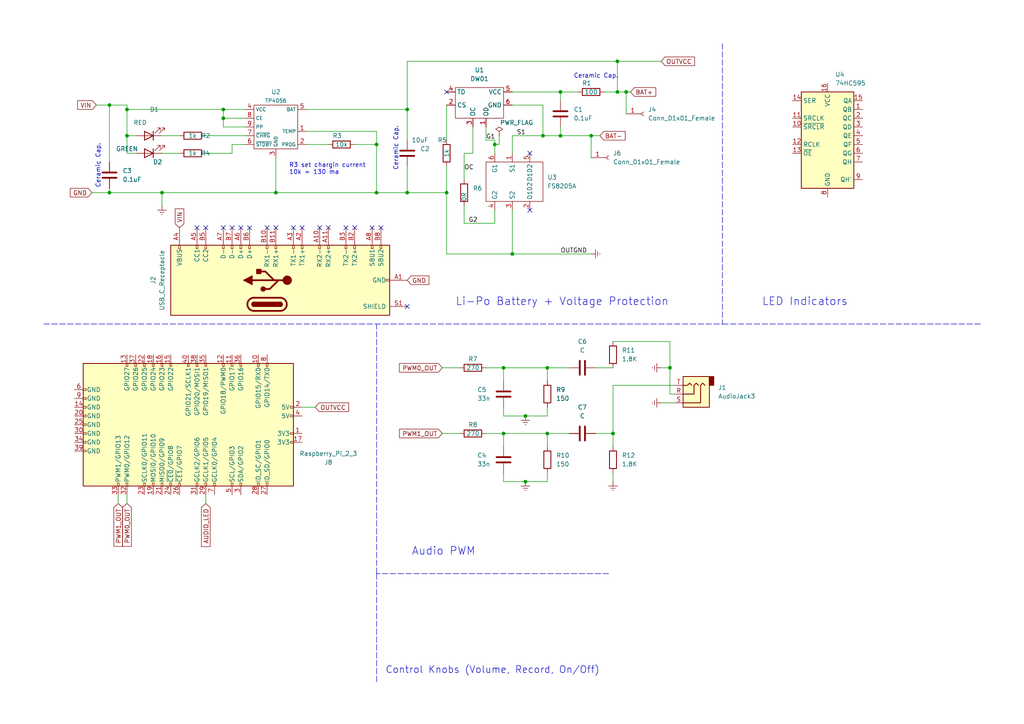
<source format=kicad_sch>
(kicad_sch (version 20230121) (generator eeschema)
  (paper "A4")
  (title_block (title "Etherscape mkII"))
  (lib_symbols
    (symbol "74xx:74HC595"
      (property "Reference" "U" (at -7.62 13.97 0))
      (property "Value" "74HC595" (at -7.62 -16.51 0))
      (symbol "74HC595_1_0"
        (pin tri_state line (at 10.16 7.62 180) (length 2.54) (name "QB") (number "1"))
        (pin input line (at -10.16 2.54 0) (length 2.54) (name "~{SRCLR}") (number "10"))
        (pin input line (at -10.16 5.08 0) (length 2.54) (name "SRCLK") (number "11"))
        (pin input line (at -10.16 -2.54 0) (length 2.54) (name "RCLK") (number "12"))
        (pin input line (at -10.16 -5.08 0) (length 2.54) (name "~{OE}") (number "13"))
        (pin input line (at -10.16 10.16 0) (length 2.54) (name "SER") (number "14"))
        (pin tri_state line (at 10.16 10.16 180) (length 2.54) (name "QA") (number "15"))
        (pin power_in line (at 0 15.24 270) (length 2.54) (name "VCC") (number "16"))
        (pin tri_state line (at 10.16 5.08 180) (length 2.54) (name "QC") (number "2"))
        (pin tri_state line (at 10.16 2.54 180) (length 2.54) (name "QD") (number "3"))
        (pin tri_state line (at 10.16 0 180) (length 2.54) (name "QE") (number "4"))
        (pin tri_state line (at 10.16 -2.54 180) (length 2.54) (name "QF") (number "5"))
        (pin tri_state line (at 10.16 -5.08 180) (length 2.54) (name "QG") (number "6"))
        (pin tri_state line (at 10.16 -7.62 180) (length 2.54) (name "QH") (number "7"))
        (pin power_in line (at 0 -17.78 90) (length 2.54) (name "GND") (number "8"))
        (pin output line (at 10.16 -12.7 180) (length 2.54) (name "QH'") (number "9"))
      )
      (symbol "74HC595_1_1"
        (rectangle (start -7.62 12.7) (end 7.62 -15.24) (stroke (width 0.254)) (fill (type background)))
      )
    )
    (symbol "Connector:Conn_01x01_Female" (pin_names (offset 1.016) hide)
      (property "Reference" "J" (at 0 2.54 0))
      (property "Value" "Conn_01x01_Female" (at 0 -2.54 0))
      (symbol "Conn_01x01_Female_1_1"
        (polyline (pts (xy -1.27 0) (xy -0.508 0)) (stroke (width 0.1524)))
        (arc (start 0 0.508) (mid -0.5058 0) (end 0 -0.508) (stroke (width 0.1524)))
        (pin passive line (at -5.08 0 0) (length 3.81) (name "Pin_1") (number "1"))
      )
    )
    (symbol "Connector:Raspberry_Pi_2_3" (pin_names (offset 1.016))
      (property "Reference" "J" (at -17.78 31.75 0))
      (property "Value" "Raspberry_Pi_2_3" (at 10.16 -31.75 0))
      (symbol "Raspberry_Pi_2_3_0_1"
        (rectangle (start -17.78 30.48) (end 17.78 -30.48) (stroke (width 0.254)) (fill (type background)))
      )
      (symbol "Raspberry_Pi_2_3_1_1"
        (rectangle (start -16.891 -17.526) (end -17.78 -18.034))
        (rectangle (start -16.891 -14.986) (end -17.78 -15.494))
        (rectangle (start -16.891 -12.446) (end -17.78 -12.954))
        (rectangle (start -16.891 -9.906) (end -17.78 -10.414))
        (rectangle (start -16.891 -7.366) (end -17.78 -7.874))
        (rectangle (start -16.891 -4.826) (end -17.78 -5.334))
        (rectangle (start -16.891 0.254) (end -17.78 -0.254))
        (rectangle (start -16.891 2.794) (end -17.78 2.286))
        (rectangle (start -16.891 5.334) (end -17.78 4.826))
        (rectangle (start -16.891 10.414) (end -17.78 9.906))
        (rectangle (start -16.891 12.954) (end -17.78 12.446))
        (rectangle (start -16.891 15.494) (end -17.78 14.986))
        (rectangle (start -16.891 20.574) (end -17.78 20.066))
        (rectangle (start -16.891 23.114) (end -17.78 22.606))
        (rectangle (start -10.414 -29.591) (end -9.906 -30.48))
        (rectangle (start -7.874 -29.591) (end -7.366 -30.48))
        (rectangle (start -5.334 -29.591) (end -4.826 -30.48))
        (rectangle (start -5.334 30.48) (end -4.826 29.591))
        (rectangle (start -2.794 -29.591) (end -2.286 -30.48))
        (rectangle (start -2.794 30.48) (end -2.286 29.591))
        (rectangle (start -0.254 -29.591) (end 0.254 -30.48))
        (rectangle (start 2.286 -29.591) (end 2.794 -30.48))
        (rectangle (start 2.286 30.48) (end 2.794 29.591))
        (rectangle (start 4.826 -29.591) (end 5.334 -30.48))
        (rectangle (start 4.826 30.48) (end 5.334 29.591))
        (rectangle (start 7.366 -29.591) (end 7.874 -30.48))
        (rectangle (start 17.78 -20.066) (end 16.891 -20.574))
        (rectangle (start 17.78 -17.526) (end 16.891 -18.034))
        (rectangle (start 17.78 -12.446) (end 16.891 -12.954))
        (rectangle (start 17.78 -9.906) (end 16.891 -10.414))
        (rectangle (start 17.78 -7.366) (end 16.891 -7.874))
        (rectangle (start 17.78 -4.826) (end 16.891 -5.334))
        (rectangle (start 17.78 -2.286) (end 16.891 -2.794))
        (rectangle (start 17.78 2.794) (end 16.891 2.286))
        (rectangle (start 17.78 5.334) (end 16.891 4.826))
        (rectangle (start 17.78 7.874) (end 16.891 7.366))
        (rectangle (start 17.78 12.954) (end 16.891 12.446))
        (rectangle (start 17.78 15.494) (end 16.891 14.986))
        (rectangle (start 17.78 20.574) (end 16.891 20.066))
        (rectangle (start 17.78 23.114) (end 16.891 22.606))
        (pin power_in line (at 2.54 33.02 270) (length 2.54) (name "3V3") (number "1"))
        (pin bidirectional line (at -20.32 20.32 0) (length 2.54) (name "GPIO15/RXD") (number "10"))
        (pin bidirectional line (at -20.32 12.7 0) (length 2.54) (name "GPIO17") (number "11"))
        (pin bidirectional line (at -20.32 10.16 0) (length 2.54) (name "GPIO18/PWM0") (number "12"))
        (pin bidirectional line (at -20.32 -17.78 0) (length 2.54) (name "GPIO27") (number "13"))
        (pin power_in line (at -5.08 -33.02 90) (length 2.54) (name "GND") (number "14"))
        (pin bidirectional line (at -20.32 -5.08 0) (length 2.54) (name "GPIO22") (number "15"))
        (pin bidirectional line (at -20.32 -7.62 0) (length 2.54) (name "GPIO23") (number "16"))
        (pin power_in line (at 5.08 33.02 270) (length 2.54) (name "3V3") (number "17"))
        (pin bidirectional line (at -20.32 -10.16 0) (length 2.54) (name "GPIO24") (number "18"))
        (pin bidirectional line (at 20.32 -10.16 180) (length 2.54) (name "MOSI0/GPIO10") (number "19"))
        (pin power_in line (at -5.08 33.02 270) (length 2.54) (name "5V") (number "2"))
        (pin power_in line (at -2.54 -33.02 90) (length 2.54) (name "GND") (number "20"))
        (pin bidirectional line (at 20.32 -7.62 180) (length 2.54) (name "MISO0/GPIO9") (number "21"))
        (pin bidirectional line (at -20.32 -12.7 0) (length 2.54) (name "GPIO25") (number "22"))
        (pin bidirectional line (at 20.32 -12.7 180) (length 2.54) (name "SCLK0/GPIO11") (number "23"))
        (pin bidirectional line (at 20.32 -5.08 180) (length 2.54) (name "~{CE0}/GPIO8") (number "24"))
        (pin power_in line (at 0 -33.02 90) (length 2.54) (name "GND") (number "25"))
        (pin bidirectional line (at 20.32 -2.54 180) (length 2.54) (name "~{CE1}/GPIO7") (number "26"))
        (pin bidirectional line (at 20.32 22.86 180) (length 2.54) (name "ID_SD/GPIO0") (number "27"))
        (pin bidirectional line (at 20.32 20.32 180) (length 2.54) (name "ID_SC/GPIO1") (number "28"))
        (pin bidirectional line (at 20.32 5.08 180) (length 2.54) (name "GCLK1/GPIO5") (number "29"))
        (pin bidirectional line (at 20.32 15.24 180) (length 2.54) (name "SDA/GPIO2") (number "3"))
        (pin power_in line (at 2.54 -33.02 90) (length 2.54) (name "GND") (number "30"))
        (pin bidirectional line (at 20.32 2.54 180) (length 2.54) (name "GCLK2/GPIO6") (number "31"))
        (pin bidirectional line (at 20.32 -17.78 180) (length 2.54) (name "PWM0/GPIO12") (number "32"))
        (pin bidirectional line (at 20.32 -20.32 180) (length 2.54) (name "PWM1/GPIO13") (number "33"))
        (pin power_in line (at 5.08 -33.02 90) (length 2.54) (name "GND") (number "34"))
        (pin bidirectional line (at -20.32 5.08 0) (length 2.54) (name "GPIO19/MISO1") (number "35"))
        (pin bidirectional line (at -20.32 15.24 0) (length 2.54) (name "GPIO16") (number "36"))
        (pin bidirectional line (at -20.32 -15.24 0) (length 2.54) (name "GPIO26") (number "37"))
        (pin bidirectional line (at -20.32 2.54 0) (length 2.54) (name "GPIO20/MOSI1") (number "38"))
        (pin power_in line (at 7.62 -33.02 90) (length 2.54) (name "GND") (number "39"))
        (pin power_in line (at -2.54 33.02 270) (length 2.54) (name "5V") (number "4"))
        (pin bidirectional line (at -20.32 0 0) (length 2.54) (name "GPIO21/SCLK1") (number "40"))
        (pin bidirectional line (at 20.32 12.7 180) (length 2.54) (name "SCL/GPIO3") (number "5"))
        (pin power_in line (at -10.16 -33.02 90) (length 2.54) (name "GND") (number "6"))
        (pin bidirectional line (at 20.32 7.62 180) (length 2.54) (name "GCLK0/GPIO4") (number "7"))
        (pin bidirectional line (at -20.32 22.86 0) (length 2.54) (name "GPIO14/TXD") (number "8"))
        (pin power_in line (at -7.62 -33.02 90) (length 2.54) (name "GND") (number "9"))
      )
    )
    (symbol "Connector:USB_C_Receptacle" (pin_names (offset 1.016))
      (property "Reference" "J" (at -10.16 29.21 0))
      (property "Value" "USB_C_Receptacle" (at 10.16 29.21 0))
      (symbol "USB_C_Receptacle_0_0"
        (rectangle (start -0.254 -35.56) (end 0.254 -34.544))
        (rectangle (start 10.16 -32.766) (end 9.144 -33.274))
        (rectangle (start 10.16 -30.226) (end 9.144 -30.734))
        (rectangle (start 10.16 -25.146) (end 9.144 -25.654))
        (rectangle (start 10.16 -22.606) (end 9.144 -23.114))
        (rectangle (start 10.16 -17.526) (end 9.144 -18.034))
        (rectangle (start 10.16 -14.986) (end 9.144 -15.494))
        (rectangle (start 10.16 -9.906) (end 9.144 -10.414))
        (rectangle (start 10.16 -7.366) (end 9.144 -7.874))
        (rectangle (start 10.16 -2.286) (end 9.144 -2.794))
        (rectangle (start 10.16 0.254) (end 9.144 -0.254))
        (rectangle (start 10.16 5.334) (end 9.144 4.826))
        (rectangle (start 10.16 7.874) (end 9.144 7.366))
        (rectangle (start 10.16 10.414) (end 9.144 9.906))
        (rectangle (start 10.16 12.954) (end 9.144 12.446))
        (rectangle (start 10.16 18.034) (end 9.144 17.526))
        (rectangle (start 10.16 20.574) (end 9.144 20.066))
        (rectangle (start 10.16 25.654) (end 9.144 25.146))
      )
      (symbol "USB_C_Receptacle_0_1"
        (rectangle (start -10.16 27.94) (end 10.16 -35.56) (stroke (width 0.254)) (fill (type background)))
        (arc (start -8.89 -3.81) (mid -6.985 -5.7067) (end -5.08 -3.81) (stroke (width 0.508)))
        (arc (start -7.62 -3.81) (mid -6.985 -4.4423) (end -6.35 -3.81) (stroke (width 0.254)))
        (arc (start -7.62 -3.81) (mid -6.985 -4.4423) (end -6.35 -3.81) (stroke (width 0.254)) (fill (type outline)))
        (rectangle (start -7.62 -3.81) (end -6.35 3.81) (stroke (width 0.254)) (fill (type outline)))
        (arc (start -6.35 3.81) (mid -6.985 4.4423) (end -7.62 3.81) (stroke (width 0.254)))
        (arc (start -6.35 3.81) (mid -6.985 4.4423) (end -7.62 3.81) (stroke (width 0.254)) (fill (type outline)))
        (arc (start -5.08 3.81) (mid -6.985 5.7067) (end -8.89 3.81) (stroke (width 0.508)))
        (polyline (pts (xy -8.89 -3.81) (xy -8.89 3.81)) (stroke (width 0.508)))
        (polyline (pts (xy -5.08 3.81) (xy -5.08 -3.81)) (stroke (width 0.508)))
      )
      (symbol "USB_C_Receptacle_1_1"
        (circle (center -2.54 1.143) (radius 0.635) (stroke (width 0.254)) (fill (type outline)))
        (circle (center 0 -5.842) (radius 1.27) (fill (type outline)))
        (polyline (pts (xy 0 -5.842) (xy 0 4.318)) (stroke (width 0.508)))
        (polyline (pts (xy 0 -3.302) (xy -2.54 -0.762) (xy -2.54 0.508)) (stroke (width 0.508)))
        (polyline (pts (xy 0 -2.032) (xy 2.54 0.508) (xy 2.54 1.778)) (stroke (width 0.508)))
        (polyline (pts (xy -1.27 4.318) (xy 0 6.858) (xy 1.27 4.318) (xy -1.27 4.318)) (stroke (width 0.254)) (fill (type outline)))
        (rectangle (start 1.905 1.778) (end 3.175 3.048) (stroke (width 0.254)) (fill (type outline)))
        (pin passive line (at 0 -40.64 90) (length 5.08) (name "GND") (number "A1"))
        (pin bidirectional line (at 15.24 -15.24 180) (length 5.08) (name "RX2-") (number "A10"))
        (pin bidirectional line (at 15.24 -17.78 180) (length 5.08) (name "RX2+") (number "A11"))
        (pin passive line (at 0 -40.64 90) (length 5.08) hide (name "GND") (number "A12"))
        (pin bidirectional line (at 15.24 -10.16 180) (length 5.08) (name "TX1+") (number "A2"))
        (pin bidirectional line (at 15.24 -7.62 180) (length 5.08) (name "TX1-") (number "A3"))
        (pin passive line (at 15.24 25.4 180) (length 5.08) (name "VBUS") (number "A4"))
        (pin bidirectional line (at 15.24 20.32 180) (length 5.08) (name "CC1") (number "A5"))
        (pin bidirectional line (at 15.24 7.62 180) (length 5.08) (name "D+") (number "A6"))
        (pin bidirectional line (at 15.24 12.7 180) (length 5.08) (name "D-") (number "A7"))
        (pin bidirectional line (at 15.24 -30.48 180) (length 5.08) (name "SBU1") (number "A8"))
        (pin passive line (at 15.24 25.4 180) (length 5.08) hide (name "VBUS") (number "A9"))
        (pin passive line (at 0 -40.64 90) (length 5.08) hide (name "GND") (number "B1"))
        (pin bidirectional line (at 15.24 0 180) (length 5.08) (name "RX1-") (number "B10"))
        (pin bidirectional line (at 15.24 -2.54 180) (length 5.08) (name "RX1+") (number "B11"))
        (pin passive line (at 0 -40.64 90) (length 5.08) hide (name "GND") (number "B12"))
        (pin bidirectional line (at 15.24 -25.4 180) (length 5.08) (name "TX2+") (number "B2"))
        (pin bidirectional line (at 15.24 -22.86 180) (length 5.08) (name "TX2-") (number "B3"))
        (pin passive line (at 15.24 25.4 180) (length 5.08) hide (name "VBUS") (number "B4"))
        (pin bidirectional line (at 15.24 17.78 180) (length 5.08) (name "CC2") (number "B5"))
        (pin bidirectional line (at 15.24 5.08 180) (length 5.08) (name "D+") (number "B6"))
        (pin bidirectional line (at 15.24 10.16 180) (length 5.08) (name "D-") (number "B7"))
        (pin bidirectional line (at 15.24 -33.02 180) (length 5.08) (name "SBU2") (number "B8"))
        (pin passive line (at 15.24 25.4 180) (length 5.08) hide (name "VBUS") (number "B9"))
        (pin passive line (at -7.62 -40.64 90) (length 5.08) (name "SHIELD") (number "S1"))
      )
    )
    (symbol "Connector_Audio:AudioJack3"
      (property "Reference" "J" (at 0 8.89 0))
      (property "Value" "AudioJack3" (at 0 6.35 0))
      (symbol "AudioJack3_0_1"
        (rectangle (start -5.08 -5.08) (end -6.35 -2.54) (stroke (width 0.254)) (fill (type outline)))
        (polyline (pts (xy 0 -2.54) (xy 0.635 -3.175) (xy 1.27 -2.54) (xy 2.54 -2.54)) (stroke (width 0.254)))
        (polyline (pts (xy -1.905 -2.54) (xy -1.27 -3.175) (xy -0.635 -2.54) (xy -0.635 0) (xy 2.54 0)) (stroke (width 0.254)))
        (polyline (pts (xy 2.54 2.54) (xy -2.54 2.54) (xy -2.54 -2.54) (xy -3.175 -3.175) (xy -3.81 -2.54)) (stroke (width 0.254)))
        (rectangle (start 2.54 3.81) (end -5.08 -5.08) (stroke (width 0.254)) (fill (type background)))
      )
      (symbol "AudioJack3_1_1"
        (pin passive line (at 5.08 0 180) (length 2.54) (name "~") (number "R"))
        (pin passive line (at 5.08 2.54 180) (length 2.54) (name "~") (number "S"))
        (pin passive line (at 5.08 -2.54 180) (length 2.54) (name "~") (number "T"))
      )
    )
    (symbol "Device:C" (pin_numbers hide) (pin_names (offset 0.254))
      (property "Reference" "C" (at 0.635 2.54 0))
      (property "Value" "C" (at 0.635 -2.54 0))
      (symbol "C_0_1"
        (polyline (pts (xy -2.032 -0.762) (xy 2.032 -0.762)) (stroke (width 0.508)))
        (polyline (pts (xy -2.032 0.762) (xy 2.032 0.762)) (stroke (width 0.508)))
      )
      (symbol "C_1_1"
        (pin passive line (at 0 3.81 270) (length 2.794) (name "~") (number "1"))
        (pin passive line (at 0 -3.81 90) (length 2.794) (name "~") (number "2"))
      )
    )
    (symbol "Device:LED" (pin_numbers hide) (pin_names (offset 1.016) hide)
      (property "Reference" "D" (at 0 2.54 0))
      (property "Value" "LED" (at 0 -2.54 0))
      (symbol "LED_0_1"
        (polyline (pts (xy -1.27 -1.27) (xy -1.27 1.27)) (stroke (width 0.254)))
        (polyline (pts (xy -1.27 0) (xy 1.27 0)))
        (polyline (pts (xy 1.27 -1.27) (xy 1.27 1.27) (xy -1.27 0) (xy 1.27 -1.27)) (stroke (width 0.254)))
        (polyline (pts (xy -3.048 -0.762) (xy -4.572 -2.286) (xy -3.81 -2.286) (xy -4.572 -2.286) (xy -4.572 -1.524)))
        (polyline (pts (xy -1.778 -0.762) (xy -3.302 -2.286) (xy -2.54 -2.286) (xy -3.302 -2.286) (xy -3.302 -1.524)))
      )
      (symbol "LED_1_1"
        (pin passive line (at -3.81 0 0) (length 2.54) (name "K") (number "1"))
        (pin passive line (at 3.81 0 180) (length 2.54) (name "A") (number "2"))
      )
    )
    (symbol "Device:R" (pin_numbers hide) (pin_names (offset 0))
      (property "Reference" "R" (at 2.032 0 90))
      (property "Value" "R" (at 0 0 90))
      (symbol "R_0_1"
        (rectangle (start -1.016 -2.54) (end 1.016 2.54) (stroke (width 0.254)))
      )
      (symbol "R_1_1"
        (pin passive line (at 0 3.81 270) (length 1.27) (name "~") (number "1"))
        (pin passive line (at 0 -3.81 90) (length 1.27) (name "~") (number "2"))
      )
    )
    (symbol "Earth_1" (power) (pin_names (offset 0))
      (symbol "Earth_1_0_1"
        (polyline (pts (xy -0.635 -1.905) (xy 0.635 -1.905)))
        (polyline (pts (xy -0.127 -2.54) (xy 0.127 -2.54)))
        (polyline (pts (xy 0 -1.27) (xy 0 0)))
        (polyline (pts (xy 1.27 -1.27) (xy -1.27 -1.27)))
      )
      (symbol "Earth_1_1_1"
        (pin power_in line (at 0 0 270) (length 0) hide (name "Earth") (number "1"))
      )
    )
    (symbol "Earth_2" (power) (pin_names (offset 0))
      (symbol "Earth_2_0_1"
        (polyline (pts (xy -0.635 -1.905) (xy 0.635 -1.905)))
        (polyline (pts (xy -0.127 -2.54) (xy 0.127 -2.54)))
        (polyline (pts (xy 0 -1.27) (xy 0 0)))
        (polyline (pts (xy 1.27 -1.27) (xy -1.27 -1.27)))
      )
      (symbol "Earth_2_1_1"
        (pin power_in line (at 0 0 270) (length 0) hide (name "Earth") (number "1"))
      )
    )
    (symbol "Earth_3" (power) (pin_names (offset 0))
      (symbol "Earth_3_0_1"
        (polyline (pts (xy -0.635 -1.905) (xy 0.635 -1.905)))
        (polyline (pts (xy -0.127 -2.54) (xy 0.127 -2.54)))
        (polyline (pts (xy 0 -1.27) (xy 0 0)))
        (polyline (pts (xy 1.27 -1.27) (xy -1.27 -1.27)))
      )
      (symbol "Earth_3_1_1"
        (pin power_in line (at 0 0 270) (length 0) hide (name "Earth") (number "1"))
      )
    )
    (symbol "dw01:DW01"
      (property "Reference" "U" (at 1.27 10.16 0))
      (property "Value" "DW01" (at 11.43 10.16 0))
      (symbol "DW01_0_1"
        (rectangle (start 0 8.89) (end 13.97 0))
      )
      (symbol "DW01_1_1"
        (pin input line (at 8.89 -2.54 90) (length 2.54) (name "OD") (number "1"))
        (pin input line (at -2.54 3.81 0) (length 2.54) (name "CS") (number "2"))
        (pin input line (at 5.08 -2.54 90) (length 2.54) (name "OC") (number "3"))
        (pin input line (at -2.54 7.62 0) (length 2.54) (name "TD") (number "4"))
        (pin input line (at 16.51 7.62 180) (length 2.54) (name "VCC") (number "5"))
        (pin input line (at 16.51 3.81 180) (length 2.54) (name "GND") (number "6"))
      )
    )
    (symbol "fs8205:FS8205A"
      (property "Reference" "U" (at 1.27 5.08 0))
      (property "Value" "FS8205A" (at -1.27 8.89 90))
      (symbol "FS8205A_0_1"
        (rectangle (start 0 11.43) (end 16.51 0))
      )
      (symbol "FS8205A_1_1"
        (pin input line (at 7.62 13.97 270) (length 2.54) (name "S1") (number "1"))
        (pin input line (at 12.7 -2.54 90) (length 2.54) (name "D1D2") (number "2"))
        (pin input line (at 7.62 -2.54 90) (length 2.54) (name "S2") (number "3"))
        (pin input line (at 2.54 -2.54 90) (length 2.54) (name "G2") (number "4"))
        (pin input line (at 12.7 13.97 270) (length 2.54) (name "D1D2") (number "5"))
        (pin input line (at 2.54 13.97 270) (length 2.54) (name "G1") (number "6"))
      )
    )
    (symbol "power:Earth" (power) (pin_names (offset 0))
      (symbol "Earth_0_1"
        (polyline (pts (xy -0.635 -1.905) (xy 0.635 -1.905)))
        (polyline (pts (xy -0.127 -2.54) (xy 0.127 -2.54)))
        (polyline (pts (xy 0 -1.27) (xy 0 0)))
        (polyline (pts (xy 1.27 -1.27) (xy -1.27 -1.27)))
      )
      (symbol "Earth_1_1"
        (pin power_in line (at 0 0 270) (length 0) hide (name "Earth") (number "1"))
      )
    )
    (symbol "power:PWR_FLAG" (power) (pin_numbers hide) (pin_names (offset 0) hide)
      (property "Value" "PWR_FLAG" (at 0 3.81 0))
      (symbol "PWR_FLAG_0_0"
        (pin power_out line (at 0 0 90) (length 0) (name "pwr") (number "1"))
      )
      (symbol "PWR_FLAG_0_1"
        (polyline (pts (xy 0 0) (xy 0 1.27) (xy -1.016 1.905) (xy 0 2.54) (xy 1.016 1.905) (xy 0 1.27)))
      )
    )
    (symbol "tp4056:TP4056"
      (property "Reference" "U" (at 1.27 13.97 0))
      (property "Value" "TP4056" (at 8.89 13.97 0))
      (symbol "TP4056_0_1"
        (rectangle (start 0 12.7) (end 12.7 0))
      )
      (symbol "TP4056_1_1"
        (pin input line (at 15.24 5.08 180) (length 2.54) (name "TEMP") (number "1"))
        (pin input line (at 15.24 1.27 180) (length 2.54) (name "PROG") (number "2"))
        (pin input line (at 6.35 -2.54 90) (length 2.54) (name "GND") (number "3"))
        (pin input line (at -2.54 11.43 0) (length 2.54) (name "VCC") (number "4"))
        (pin input line (at 15.24 11.43 180) (length 2.54) (name "BAT") (number "5"))
        (pin input line (at -2.54 1.27 0) (length 2.54) (name "~{STDBY}") (number "6"))
        (pin input line (at -2.54 3.81 0) (length 2.54) (name "~{CHRG}") (number "7"))
        (pin input line (at -2.54 8.89 0) (length 2.54) (name "CE") (number "8"))
        (pin input line (at -2.54 6.35 0) (length 2.54) (name "PP") (number "9"))
      )
    )
  )
  (junction (at 31.75 30.48))
  (junction (at 158.75 125.73))
  (junction (at 36.83 31.75))
  (junction (at 64.77 34.29))
  (junction (at 80.01 55.88))
  (junction (at 118.11 31.75))
  (junction (at 179.07 17.78))
  (junction (at 36.83 39.37))
  (junction (at 171.45 39.37))
  (junction (at 31.75 55.88))
  (junction (at 181.61 26.67))
  (junction (at 162.56 39.37))
  (junction (at 143.51 41.91))
  (junction (at 46.99 55.88))
  (junction (at 177.8 125.73))
  (junction (at 118.11 55.88))
  (junction (at 194.31 106.68))
  (junction (at 179.07 26.67))
  (junction (at 146.05 125.73))
  (junction (at 129.54 55.88))
  (junction (at 109.22 41.91))
  (junction (at 152.4 139.7))
  (junction (at 162.56 26.67))
  (junction (at 146.05 106.68))
  (junction (at 157.48 39.37))
  (junction (at 158.75 106.68))
  (junction (at 148.59 73.66))
  (junction (at 64.77 31.75))
  (junction (at 152.4 120.65))
  (junction (at 109.22 55.88))
  (no_connect (at 153.67 44.45))
  (no_connect (at 129.54 26.67))
  (no_connect (at 153.67 60.96))
  (no_connect (at 67.31 66.04))
  (no_connect (at 59.69 66.04))
  (no_connect (at 57.15 66.04))
  (no_connect (at 64.77 66.04))
  (no_connect (at 102.87 66.04))
  (no_connect (at 107.95 66.04))
  (no_connect (at 118.11 88.9))
  (no_connect (at 110.49 66.04))
  (no_connect (at 92.71 66.04))
  (no_connect (at 87.63 66.04))
  (no_connect (at 95.25 66.04))
  (no_connect (at 100.33 66.04))
  (no_connect (at 85.09 66.04))
  (no_connect (at 80.01 66.04))
  (no_connect (at 77.47 66.04))
  (no_connect (at 69.85 66.04))
  (no_connect (at 72.39 66.04))
  (wire (pts (xy 146.05 106.68) (xy 146.05 110.49)))
  (wire (pts (xy 148.59 60.96) (xy 148.59 73.66)))
  (wire (pts (xy 36.83 31.75) (xy 64.77 31.75)))
  (wire (pts (xy 140.97 106.68) (xy 146.05 106.68)))
  (wire (pts (xy 129.54 55.88) (xy 129.54 73.66)))
  (wire (pts (xy 26.67 55.88) (xy 31.75 55.88)))
  (wire (pts (xy 134.62 59.69) (xy 134.62 64.77)))
  (wire (pts (xy 27.94 30.48) (xy 31.75 30.48)))
  (wire (pts (xy 179.07 26.67) (xy 181.61 26.67)))
  (wire (pts (xy 39.37 44.45) (xy 36.83 44.45)))
  (wire (pts (xy 181.61 26.67) (xy 181.61 33.02)))
  (wire (pts (xy 146.05 125.73) (xy 158.75 125.73)))
  (wire (pts (xy 146.05 118.11) (xy 146.05 120.65)))
  (wire (pts (xy 36.83 30.48) (xy 36.83 31.75)))
  (wire (pts (xy 140.97 36.83) (xy 140.97 40.64)))
  (wire (pts (xy 152.4 120.65) (xy 158.75 120.65)))
  (wire (pts (xy 144.78 41.91) (xy 143.51 41.91)))
  (wire (pts (xy 46.99 55.88) (xy 80.01 55.88)))
  (wire (pts (xy 177.8 129.54) (xy 177.8 125.73)))
  (wire (pts (xy 118.11 17.78) (xy 118.11 31.75)))
  (wire (pts (xy 67.31 41.91) (xy 67.31 44.45)))
  (wire (pts (xy 158.75 139.7) (xy 158.75 137.16)))
  (wire (pts (xy 158.75 118.11) (xy 158.75 120.65)))
  (wire (pts (xy 171.45 39.37) (xy 171.45 45.72)))
  (wire (pts (xy 158.75 129.54) (xy 158.75 125.73)))
  (wire (pts (xy 146.05 139.7) (xy 152.4 139.7)))
  (wire (pts (xy 46.99 44.45) (xy 52.07 44.45)))
  (wire (pts (xy 146.05 106.68) (xy 158.75 106.68)))
  (wire (pts (xy 137.16 44.45) (xy 134.62 44.45)))
  (wire (pts (xy 46.99 39.37) (xy 52.07 39.37)))
  (wire (pts (xy 194.31 99.06) (xy 194.31 106.68)))
  (wire (pts (xy 31.75 30.48) (xy 31.75 46.99)))
  (wire (pts (xy 128.27 125.73) (xy 133.35 125.73)))
  (wire (pts (xy 88.9 31.75) (xy 118.11 31.75)))
  (wire (pts (xy 144.78 39.37) (xy 144.78 41.91)))
  (wire (pts (xy 148.59 44.45) (xy 148.59 39.37)))
  (wire (pts (xy 67.31 44.45) (xy 59.69 44.45)))
  (polyline (pts (xy 209.55 93.98) (xy 284.48 93.98)) (stroke (width 0) (type dash)))
  (wire (pts (xy 162.56 39.37) (xy 171.45 39.37)))
  (wire (pts (xy 140.97 40.64) (xy 143.51 40.64)))
  (polyline (pts (xy 12.7 93.98) (xy 209.55 93.98)) (stroke (width 0) (type dash)))
  (wire (pts (xy 194.31 114.3) (xy 195.58 114.3)))
  (wire (pts (xy 118.11 48.26) (xy 118.11 55.88)))
  (wire (pts (xy 191.77 106.68) (xy 194.31 106.68)))
  (wire (pts (xy 31.75 55.88) (xy 46.99 55.88)))
  (wire (pts (xy 64.77 31.75) (xy 71.12 31.75)))
  (wire (pts (xy 118.11 17.78) (xy 179.07 17.78)))
  (wire (pts (xy 177.8 139.7) (xy 177.8 137.16)))
  (wire (pts (xy 143.51 64.77) (xy 143.51 60.96)))
  (wire (pts (xy 64.77 34.29) (xy 64.77 36.83)))
  (polyline (pts (xy 109.22 166.37) (xy 109.22 198.12)) (stroke (width 0) (type dash)))
  (wire (pts (xy 134.62 64.77) (xy 143.51 64.77)))
  (wire (pts (xy 162.56 26.67) (xy 167.64 26.67)))
  (wire (pts (xy 158.75 106.68) (xy 165.1 106.68)))
  (wire (pts (xy 118.11 55.88) (xy 129.54 55.88)))
  (wire (pts (xy 102.87 41.91) (xy 109.22 41.91)))
  (wire (pts (xy 80.01 45.72) (xy 80.01 55.88)))
  (wire (pts (xy 158.75 125.73) (xy 165.1 125.73)))
  (wire (pts (xy 129.54 48.26) (xy 129.54 55.88)))
  (wire (pts (xy 157.48 30.48) (xy 157.48 39.37)))
  (wire (pts (xy 171.45 39.37) (xy 173.99 39.37)))
  (wire (pts (xy 172.72 125.73) (xy 177.8 125.73)))
  (wire (pts (xy 152.4 139.7) (xy 158.75 139.7)))
  (wire (pts (xy 36.83 39.37) (xy 39.37 39.37)))
  (wire (pts (xy 129.54 73.66) (xy 148.59 73.66)))
  (wire (pts (xy 64.77 31.75) (xy 64.77 34.29)))
  (wire (pts (xy 71.12 41.91) (xy 67.31 41.91)))
  (wire (pts (xy 64.77 34.29) (xy 71.12 34.29)))
  (wire (pts (xy 36.83 39.37) (xy 36.83 31.75)))
  (wire (pts (xy 175.26 26.67) (xy 179.07 26.67)))
  (wire (pts (xy 148.59 26.67) (xy 162.56 26.67)))
  (wire (pts (xy 118.11 31.75) (xy 118.11 40.64)))
  (wire (pts (xy 146.05 120.65) (xy 152.4 120.65)))
  (wire (pts (xy 129.54 30.48) (xy 129.54 40.64)))
  (wire (pts (xy 162.56 36.83) (xy 162.56 39.37)))
  (polyline (pts (xy 109.22 166.37) (xy 109.22 93.98)) (stroke (width 0) (type dash)))
  (wire (pts (xy 146.05 137.16) (xy 146.05 139.7)))
  (wire (pts (xy 36.83 143.51) (xy 36.83 146.05)))
  (polyline (pts (xy 209.55 12.7) (xy 209.55 93.98)) (stroke (width 0) (type dash)))
  (wire (pts (xy 179.07 17.78) (xy 191.77 17.78)))
  (wire (pts (xy 162.56 26.67) (xy 162.56 29.21)))
  (wire (pts (xy 88.9 41.91) (xy 95.25 41.91)))
  (wire (pts (xy 128.27 106.68) (xy 133.35 106.68)))
  (wire (pts (xy 157.48 39.37) (xy 162.56 39.37)))
  (wire (pts (xy 80.01 55.88) (xy 109.22 55.88)))
  (wire (pts (xy 31.75 54.61) (xy 31.75 55.88)))
  (wire (pts (xy 59.69 39.37) (xy 71.12 39.37)))
  (wire (pts (xy 134.62 44.45) (xy 134.62 52.07)))
  (wire (pts (xy 148.59 30.48) (xy 157.48 30.48)))
  (wire (pts (xy 34.29 143.51) (xy 34.29 146.05)))
  (wire (pts (xy 158.75 110.49) (xy 158.75 106.68)))
  (wire (pts (xy 177.8 99.06) (xy 194.31 99.06)))
  (wire (pts (xy 46.99 55.88) (xy 46.99 59.69)))
  (wire (pts (xy 181.61 26.67) (xy 182.88 26.67)))
  (wire (pts (xy 59.69 143.51) (xy 59.69 146.05)))
  (wire (pts (xy 191.77 116.84) (xy 195.58 116.84)))
  (wire (pts (xy 146.05 125.73) (xy 146.05 129.54)))
  (wire (pts (xy 36.83 44.45) (xy 36.83 39.37)))
  (wire (pts (xy 177.8 111.76) (xy 195.58 111.76)))
  (wire (pts (xy 137.16 36.83) (xy 137.16 44.45)))
  (wire (pts (xy 177.8 125.73) (xy 177.8 111.76)))
  (wire (pts (xy 172.72 106.68) (xy 177.8 106.68)))
  (wire (pts (xy 143.51 41.91) (xy 143.51 44.45)))
  (polyline (pts (xy 176.53 166.37) (xy 109.22 166.37)) (stroke (width 0) (type dash)))
  (wire (pts (xy 143.51 40.64) (xy 143.51 41.91)))
  (wire (pts (xy 88.9 38.1) (xy 109.22 38.1)))
  (wire (pts (xy 194.31 106.68) (xy 194.31 114.3)))
  (wire (pts (xy 109.22 41.91) (xy 109.22 55.88)))
  (wire (pts (xy 109.22 38.1) (xy 109.22 41.91)))
  (wire (pts (xy 179.07 17.78) (xy 179.07 26.67)))
  (wire (pts (xy 148.59 73.66) (xy 171.45 73.66)))
  (wire (pts (xy 140.97 125.73) (xy 146.05 125.73)))
  (wire (pts (xy 31.75 30.48) (xy 36.83 30.48)))
  (wire (pts (xy 148.59 39.37) (xy 157.48 39.37)))
  (wire (pts (xy 71.12 36.83) (xy 64.77 36.83)))
  (wire (pts (xy 109.22 55.88) (xy 118.11 55.88)))
  (wire (pts (xy 91.44 118.11) (xy 87.63 118.11)))
  (text "Ceramic Cap." (at 29.21 54.61 90) (effects (font (size 1.27 1.27)) (justify left bottom)))
  (text "Li-Po Battery + Voltage Protection" (at 132.08 88.9 0) (effects (font (size 2.27 2.27)) (justify left bottom)))
  (text "R3 set chargin current\n10k = 130 ma" (at 83.82 50.8 0) (effects (font (size 1.27 1.27)) (justify left bottom)))
  (text "Audio PWM" (at 119.38 161.29 0) (effects (font (size 2.27 2.27)) (justify left bottom)))
  (text "LED Indicators" (at 220.98 88.9 0) (effects (font (size 2.27 2.27)) (justify left bottom)))
  (text "Ceramic Cap." (at 166.37 22.86 0) (effects (font (size 1.27 1.27)) (justify left bottom)))
  (text "Ceramic Cap." (at 115.57 49.53 90) (effects (font (size 1.27 1.27)) (justify left bottom)))
  (text "Control Knobs (Volume, Record, On/Off)\n" (at 111.76 195.58 0) (effects (font (size 2 2)) (justify left bottom)))
  (label "G1" (at 140.97 40.64 0))
  (label "OUTGND" (at 162.56 73.66 0))
  (label "G2" (at 135.89 64.77 0))
  (label "S1" (at 149.86 39.37 0))
  (label "OC" (at 134.62 49.53 0))
  (global_label "PWM0_OUT" (shape input) (at 128.27 106.68 180) (property "Intersheetrefs" "${INTERSHEET_REFS}" (effects hide)))
  (global_label "PWM1_OUT" (shape input) (at 128.27 125.73 180) (property "Intersheetrefs" "${INTERSHEET_REFS}" (effects hide)))
  (global_label "BAT+" (shape input) (at 182.88 26.67 0) (property "Intersheetrefs" "${INTERSHEET_REFS}" (effects hide)))
  (global_label "GND" (shape input) (at 118.11 81.28 0) (property "Intersheetrefs" "${INTERSHEET_REFS}" (effects hide)))
  (global_label "AUDIO_LED" (shape input) (at 59.69 146.05 270) (property "Intersheetrefs" "${INTERSHEET_REFS}" (effects hide)))
  (global_label "PWM0_OUT" (shape input) (at 36.83 146.05 270) (property "Intersheetrefs" "${INTERSHEET_REFS}" (effects hide)))
  (global_label "PWM1_OUT" (shape input) (at 34.29 146.05 270) (property "Intersheetrefs" "${INTERSHEET_REFS}" (effects hide)))
  (global_label "OUTVCC" (shape input) (at 191.77 17.78 0) (property "Intersheetrefs" "${INTERSHEET_REFS}" (effects hide)))
  (global_label "VIN" (shape input) (at 27.94 30.48 180) (property "Intersheetrefs" "${INTERSHEET_REFS}" (effects hide)))
  (global_label "BAT-" (shape input) (at 173.99 39.37 0) (property "Intersheetrefs" "${INTERSHEET_REFS}" (effects hide)))
  (global_label "GND" (shape input) (at 26.67 55.88 180) (property "Intersheetrefs" "${INTERSHEET_REFS}" (effects hide)))
  (global_label "VIN" (shape input) (at 52.07 66.04 90) (property "Intersheetrefs" "${INTERSHEET_REFS}" (effects hide)))
  (global_label "OUTVCC" (shape input) (at 91.44 118.11 0) (property "Intersheetrefs" "${INTERSHEET_REFS}" (effects hide)))
  (symbol (lib_id "Device:LED") (at 43.18 39.37 180) (unit 1)
    (property "Reference" "D1" (at 44.7675 31.75 0))
    (property "Value" "RED" (at 40.64 35.56 0))
    (property "Footprint" "LED_SMD:LED_0805_2012Metric_Pad1.15x1.40mm_HandSolder" (effects hide))
  )
  (symbol (lib_id "Connector:Conn_01x01_Female") (at 186.69 33.02 0) (unit 1)
    (property "Reference" "J4" (at 187.96 31.7499 0) (effects (justify left)))
    (property "Value" "Conn_01x01_Female" (at 187.96 34.2899 0) (effects (justify left)))
    (property "Footprint" "Connector_PinSocket_2.54mm:PinSocket_1x01_P2.54mm_Vertical" (effects hide))
  )
  (symbol (lib_name "Earth_3") (lib_id "power:Earth") (at 191.77 116.84 270) (unit 1)
    (property "Reference" "#PWR05" (effects hide))
    (property "Value" "Earth" (effects hide))
  )
  (symbol (lib_id "tp4056:TP4056") (at 73.66 43.18 0) (unit 1)
    (property "Reference" "U2" (at 80.01 26.67 0))
    (property "Value" "TP4056" (at 80.01 29.21 0) (effects (font (size 1.1 1.1))))
    (property "Footprint" "Package_SO:SOIC-8-1EP_3.9x4.9mm_P1.27mm_EP2.29x3mm" (effects hide))
  )
  (symbol (lib_id "Device:R") (at 55.88 39.37 90) (unit 1)
    (property "Reference" "R2" (at 59.69 39.37 90))
    (property "Value" "1k" (at 55.88 39.37 90))
    (property "Footprint" "Resistor_SMD:R_0603_1608Metric_Pad0.98x0.95mm_HandSolder" (effects hide))
  )
  (symbol (lib_id "Device:R") (at 137.16 106.68 90) (unit 1)
    (property "Reference" "R7" (at 137.16 104.14 90))
    (property "Value" "270" (at 137.16 106.68 90))
    (property "Footprint" "Resistor_SMD:R_0805_2012Metric" (effects hide))
  )
  (symbol (lib_id "Device:C") (at 146.05 133.35 180) (unit 1)
    (property "Reference" "C4" (at 138.43 132.08 0) (effects (justify right)))
    (property "Value" "33n" (at 138.43 134.62 0) (effects (justify right)))
  )
  (symbol (lib_id "Device:R") (at 177.8 102.87 0) (unit 1)
    (property "Reference" "R11" (at 180.34 101.6 0) (effects (justify left)))
    (property "Value" "1.8K" (at 180.34 104.14 0) (effects (justify left)))
  )
  (symbol (lib_id "Device:C") (at 31.75 50.8 0) (unit 1)
    (property "Reference" "C3" (at 35.56 49.5299 0) (effects (justify left)))
    (property "Value" "0.1uF" (at 35.56 52.0699 0) (effects (justify left)))
    (property "Footprint" "Capacitor_SMD:C_0805_2012Metric_Pad1.18x1.45mm_HandSolder" (effects hide))
  )
  (symbol (lib_id "Device:R") (at 134.62 55.88 0) (unit 1)
    (property "Reference" "R6" (at 137.16 54.6099 0) (effects (justify left)))
    (property "Value" "0R" (at 134.62 58.42 90) (effects (justify left)))
    (property "Footprint" "Resistor_SMD:R_1206_3216Metric_Pad1.30x1.75mm_HandSolder" (effects hide))
  )
  (symbol (lib_id "Device:LED") (at 43.18 44.45 180) (unit 1)
    (property "Reference" "D2" (at 45.72 46.99 0))
    (property "Value" "GREEN" (at 36.83 43.18 0))
    (property "Footprint" "LED_SMD:LED_0805_2012Metric_Pad1.15x1.40mm_HandSolder" (effects hide))
  )
  (symbol (lib_id "Device:C") (at 118.11 44.45 0) (unit 1)
    (property "Reference" "C2" (at 121.92 43.1799 0) (effects (justify left)))
    (property "Value" "10uF" (at 119.38 40.64 0) (effects (justify left)))
    (property "Footprint" "Capacitor_SMD:C_0805_2012Metric_Pad1.18x1.45mm_HandSolder" (effects hide))
  )
  (symbol (lib_id "Connector:USB_C_Receptacle") (at 77.47 81.28 90) (unit 1)
    (property "Reference" "J2" (at 44.45 81.28 0))
    (property "Value" "USB_C_Receptacle" (at 46.99 81.28 0))
    (property "Footprint" "Connector_USB:USB_C_Receptacle_Amphenol_12401548E4-2A" (effects hide))
    (property "Datasheet" "https://www.usb.org/sites/default/files/documents/usb_type-c.zip" (effects hide))
  )
  (symbol (lib_id "Device:C") (at 168.91 125.73 270) (unit 1)
    (property "Reference" "C7" (at 168.91 118.11 90))
    (property "Value" "C" (at 168.91 120.65 90))
  )
  (symbol (lib_id "Device:R") (at 129.54 44.45 180) (unit 1)
    (property "Reference" "R5" (at 128.27 40.64 0))
    (property "Value" "1k" (at 129.54 44.45 90))
    (property "Footprint" "Resistor_SMD:R_0603_1608Metric_Pad0.98x0.95mm_HandSolder" (effects hide))
  )
  (symbol (lib_id "power:PWR_FLAG") (at 144.78 39.37 0) (unit 1)
    (property "Reference" "#FLG0101" (effects hide))
    (property "Value" "PWR_FLAG" (at 149.86 35.56 0))
  )
  (symbol (lib_id "power:Earth") (at 171.45 73.66 90) (unit 1)
    (property "Reference" "#PWR0102" (effects hide))
    (property "Value" "Earth" (effects hide))
  )
  (symbol (lib_id "Connector_Audio:AudioJack3") (at 200.66 114.3 180) (unit 1)
    (property "Reference" "J1" (at 208.28 112.395 0) (effects (justify right)))
    (property "Value" "AudioJack3" (at 208.28 114.935 0) (effects (justify right)))
    (property "Footprint" "Connector_Audio:Jack_3.5mm_CUI_SJ1-3523N_Horizontal" (effects hide))
  )
  (symbol (lib_id "74xx:74HC595") (at 240.03 39.37 0) (unit 1)
    (property "Reference" "U4" (at 242.2241 21.59 0) (effects (justify left)))
    (property "Value" "74HC595" (at 242.2241 24.13 0) (effects (justify left)))
    (property "Footprint" "Package_SO:SOIC-16W_5.3x10.2mm_P1.27mm" (effects hide))
    (property "Datasheet" "http://www.ti.com/lit/ds/symlink/sn74hc595.pdf" (effects hide))
  )
  (symbol (lib_id "Device:R") (at 99.06 41.91 90) (unit 1)
    (property "Reference" "R3" (at 97.79 39.37 90))
    (property "Value" "10k" (at 99.06 41.91 90))
    (property "Footprint" "Resistor_SMD:R_0805_2012Metric_Pad1.20x1.40mm_HandSolder" (effects hide))
  )
  (symbol (lib_id "Connector:Raspberry_Pi_2_3") (at 54.61 123.19 270) (unit 1)
    (property "Reference" "J8" (at 95.25 134.0995 90))
    (property "Value" "Raspberry_Pi_2_3" (at 95.25 131.5595 90))
    (property "Footprint" "Connector_PinHeader_2.54mm:PinHeader_2x20_P2.54mm_Vertical" (effects hide))
    (property "Datasheet" "https://www.raspberrypi.org/documentation/hardware/raspberrypi/schematics/rpi_SCH_3bplus_1p0_reduced.pdf" (effects hide))
  )
  (symbol (lib_id "Connector:Conn_01x01_Female") (at 176.53 45.72 0) (unit 1)
    (property "Reference" "J6" (at 177.8 44.4499 0) (effects (justify left)))
    (property "Value" "Conn_01x01_Female" (at 177.8 46.9899 0) (effects (justify left)))
    (property "Footprint" "Connector_PinSocket_2.54mm:PinSocket_1x01_P2.54mm_Vertical" (effects hide))
  )
  (symbol (lib_id "Device:R") (at 55.88 44.45 90) (unit 1)
    (property "Reference" "R4" (at 59.69 44.45 90))
    (property "Value" "1k" (at 55.88 44.45 90))
    (property "Footprint" "Resistor_SMD:R_0603_1608Metric_Pad0.98x0.95mm_HandSolder" (effects hide))
  )
  (symbol (lib_name "Earth_1") (lib_id "power:Earth") (at 152.4 120.65 0) (unit 1)
    (property "Reference" "#PWR02" (effects hide))
    (property "Value" "Earth" (effects hide))
  )
  (symbol (lib_id "Device:R") (at 158.75 114.3 0) (unit 1)
    (property "Reference" "R9" (at 161.29 113.03 0) (effects (justify left)))
    (property "Value" "150" (at 161.29 115.57 0) (effects (justify left)))
  )
  (symbol (lib_id "dw01:DW01") (at 132.08 34.29 0) (unit 1)
    (property "Reference" "U1" (at 139.065 20.32 0))
    (property "Value" "DW01" (at 139.065 22.86 0))
    (property "Footprint" "Package_TO_SOT_SMD:SOT-23-6_Handsoldering" (effects hide))
  )
  (symbol (lib_name "Earth_2") (lib_id "power:Earth") (at 177.8 139.7 0) (unit 1)
    (property "Reference" "#PWR03" (effects hide))
    (property "Value" "Earth" (effects hide))
  )
  (symbol (lib_id "Device:R") (at 177.8 133.35 0) (unit 1)
    (property "Reference" "R12" (at 180.34 132.08 0) (effects (justify left)))
    (property "Value" "1.8K" (at 180.34 134.62 0) (effects (justify left)))
  )
  (symbol (lib_id "power:Earth") (at 46.99 59.69 0) (unit 1)
    (property "Reference" "#PWR0101" (effects hide))
    (property "Value" "Earth" (effects hide))
  )
  (symbol (lib_id "Device:C") (at 162.56 33.02 0) (unit 1)
    (property "Reference" "C1" (at 166.37 31.7499 0) (effects (justify left)))
    (property "Value" "0.1uF" (at 166.37 34.2899 0) (effects (justify left)))
    (property "Footprint" "Capacitor_SMD:C_0805_2012Metric_Pad1.18x1.45mm_HandSolder" (effects hide))
  )
  (symbol (lib_name "Earth_3") (lib_id "power:Earth") (at 191.77 106.68 270) (unit 1)
    (property "Reference" "#PWR04" (effects hide))
    (property "Value" "Earth" (effects hide))
  )
  (symbol (lib_id "Device:R") (at 137.16 125.73 90) (unit 1)
    (property "Reference" "R8" (at 137.16 123.19 90))
    (property "Value" "270" (at 137.16 125.73 90))
    (property "Footprint" "Resistor_SMD:R_0805_2012Metric" (effects hide))
  )
  (symbol (lib_id "Device:R") (at 171.45 26.67 270) (unit 1)
    (property "Reference" "R1" (at 170.18 24.13 90))
    (property "Value" "100" (at 171.45 26.67 90))
    (property "Footprint" "Resistor_SMD:R_0805_2012Metric_Pad1.20x1.40mm_HandSolder" (effects hide))
  )
  (symbol (lib_id "Device:C") (at 146.05 114.3 0) (unit 1)
    (property "Reference" "C5" (at 138.43 113.03 0) (effects (justify left)))
    (property "Value" "33n" (at 138.43 115.57 0) (effects (justify left)))
  )
  (symbol (lib_id "fs8205:FS8205A") (at 140.97 58.42 0) (unit 1)
    (property "Reference" "U3" (at 158.75 51.4349 0) (effects (justify left)))
    (property "Value" "FS8205A" (at 158.75 53.9749 0) (effects (justify left)))
    (property "Footprint" "Package_TO_SOT_SMD:SOT-23-6_Handsoldering" (effects hide))
  )
  (symbol (lib_id "Device:R") (at 158.75 133.35 0) (unit 1)
    (property "Reference" "R10" (at 161.29 132.08 0) (effects (justify left)))
    (property "Value" "150" (at 161.29 134.62 0) (effects (justify left)))
  )
  (symbol (lib_id "Device:C") (at 168.91 106.68 270) (unit 1)
    (property "Reference" "C6" (at 168.91 99.06 90))
    (property "Value" "C" (at 168.91 101.6 90))
  )
  (symbol (lib_name "Earth_1") (lib_id "power:Earth") (at 152.4 139.7 0) (unit 1)
    (property "Reference" "#PWR01" (effects hide))
    (property "Value" "Earth" (effects hide))
  )
)
</source>
